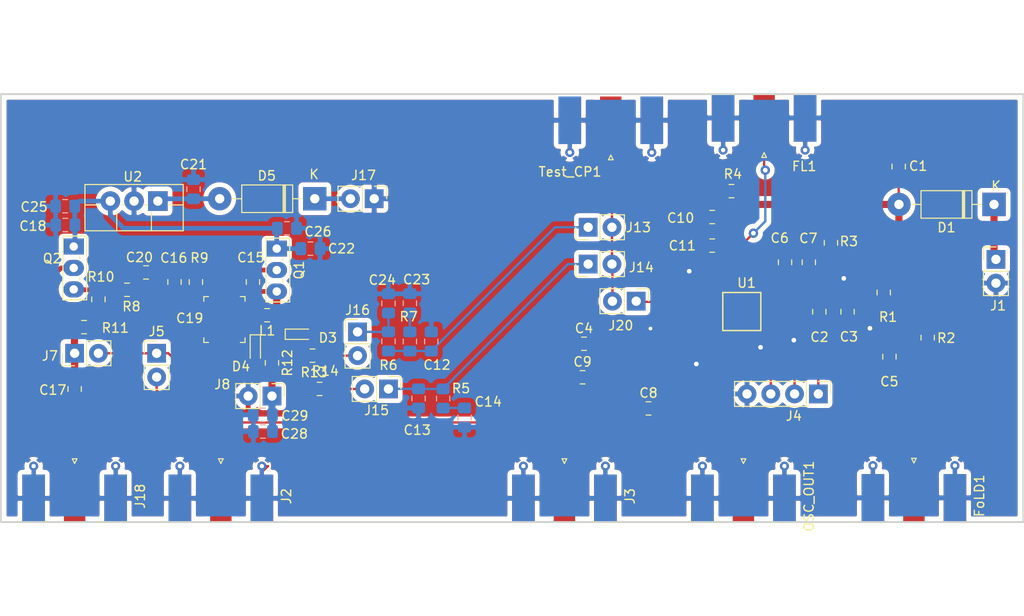
<source format=kicad_pcb>
(kicad_pcb (version 20171130) (host pcbnew "(5.1.5-0-10_14)")
  (layers (0 F.Cu signal) (31 B.Cu signal) (34 B.Paste user) (35 F.Paste user) (36 B.SilkS user) (37 F.SilkS user) (38 B.Mask user) (39 F.Mask user) (44 Edge.Cuts user))
  (net 0 "")
  (net 1 GND)
  (net 2 "Net-(C4-Pad1)")
  (net 3 "Net-(C8-Pad1)")
  (net 4 "Net-(C9-Pad2)")
  (net 5 PLL_Power)
  (net 6 "Net-(C12-Pad2)")
  (net 7 "Net-(C15-Pad1)")
  (net 8 "Net-(C15-Pad2)")
  (net 9 8V)
  (net 10 "Net-(C20-Pad2)")
  (net 11 "Net-(C21-Pad1)")
  (net 12 "Net-(D1-Pad1)")
  (net 13 "Net-(D3-Pad1)")
  (net 14 "Net-(D5-Pad1)")
  (net 15 "Net-(J2-Pad1)")
  (net 16 "Net-(J13-Pad2)")
  (net 17 V_uC)
  (net 18 Vp)
  (net 19 Vcc)
  (net 20 CE)
  (net 21 F_IN)
  (net 22 OSC_IN)
  (net 23 CPo)
  (net 24 LE)
  (net 25 Data)
  (net 26 FL)
  (net 27 FoLD)
  (net 28 OSC_OUT)
  (net 29 Clock)
  (net 30 "Net-(C13-Pad1)")
  (net 31 "Net-(C14-Pad1)")
  (net 32 "Net-(C17-Pad2)")
  (net 33 "Net-(C17-Pad1)")
  (net 34 "Net-(Q2-Pad3)")
  (net 35 "Net-(C23-Pad1)")
  (net 36 "Net-(C24-Pad1)")
  (net 37 "Net-(J15-Pad2)")
  (net 38 "Net-(J16-Pad2)")
  (net 39 "Net-(C28-Pad2)")
  (module Capacitor_SMD:C_0805_2012Metric_Pad1.15x1.40mm_HandSolder (layer B.Cu) (at 106.7308 112.2426)
    (fp_text reference C28 (at 3.3528 0.254) (layer F.SilkS))
    (fp_text value 100pF)
    (pad 2 smd roundrect (at 1.025 0) (size 1.15 1.4) (layers B.Cu B.Paste B.Mask) (roundrect_rratio 0.217391) (net 39 "Net-(C28-Pad2)"))
    (pad 1 smd roundrect (at -1.025 0) (size 1.15 1.4) (layers B.Cu B.Paste B.Mask) (roundrect_rratio 0.217391) (net 1 GND))
  )
  (module Capacitor_SMD:C_0805_2012Metric_Pad1.15x1.40mm_HandSolder (layer B.Cu) (at 106.7218 110.4646)
    (fp_text reference C29 (at 3.4126 0.1016) (layer F.SilkS))
    (fp_text value 100nF)
    (pad 1 smd roundrect (at -1.025 0) (size 1.15 1.4) (layers B.Cu B.Paste B.Mask) (roundrect_rratio 0.217391) (net 1 GND))
    (pad 2 smd roundrect (at 1.025 0) (size 1.15 1.4) (layers B.Cu B.Paste B.Mask) (roundrect_rratio 0.217391) (net 39 "Net-(C28-Pad2)"))
  )
  (module Capacitor_SMD:C_0805_2012Metric_Pad1.15x1.40mm_HandSolder (layer B.Cu) (at 109.2925 90.5383 180)
    (fp_text reference C26 (at -3.3184 -0.3556 180) (layer F.SilkS))
    (fp_text value 100pF)
    (pad 2 smd roundrect (at 1.025 0 180) (size 1.15 1.4) (layers B.Cu B.Paste B.Mask) (roundrect_rratio 0.217391) (net 9 8V))
    (pad 1 smd roundrect (at -1.025 0 180) (size 1.15 1.4) (layers B.Cu B.Paste B.Mask) (roundrect_rratio 0.217391) (net 1 GND))
  )
  (module Capacitor_SMD:C_0805_2012Metric_Pad1.15x1.40mm_HandSolder (layer B.Cu) (at 85.6017 88.1761)
    (fp_text reference C25 (at -3.3184 0.0762) (layer F.SilkS))
    (fp_text value 100pF)
    (pad 1 smd roundrect (at -1.025 0) (size 1.15 1.4) (layers B.Cu B.Paste B.Mask) (roundrect_rratio 0.217391) (net 1 GND))
    (pad 2 smd roundrect (at 1.025 0) (size 1.15 1.4) (layers B.Cu B.Paste B.Mask) (roundrect_rratio 0.217391) (net 9 8V))
  )
  (module Resistor_SMD:R_0805_2012Metric_Pad1.15x1.40mm_HandSolder (layer F.Cu) (at 112.023 104.14 180)
    (fp_text reference R14 (at -1.3626 -1.6383 180) (layer F.SilkS))
    (fp_text value 0)
    (pad 2 smd roundrect (at 1.025 0 180) (size 1.15 1.4) (layers F.Cu F.Paste F.Mask) (roundrect_rratio 0.217391) (net 13 "Net-(D3-Pad1)"))
    (pad 1 smd roundrect (at -1.025 0 180) (size 1.15 1.4) (layers F.Cu F.Paste F.Mask) (roundrect_rratio 0.217391) (net 38 "Net-(J16-Pad2)"))
  )
  (module Resistor_SMD:R_0805_2012Metric_Pad1.15x1.40mm_HandSolder (layer F.Cu) (at 112.785 107.696 180)
    (fp_text reference R13 (at 0.5879 1.7653) (layer F.SilkS))
    (fp_text value 0)
    (pad 1 smd roundrect (at -1.025 0 180) (size 1.15 1.4) (layers F.Cu F.Paste F.Mask) (roundrect_rratio 0.217391) (net 37 "Net-(J15-Pad2)"))
    (pad 2 smd roundrect (at 1.025 0 180) (size 1.15 1.4) (layers F.Cu F.Paste F.Mask) (roundrect_rratio 0.217391) (net 13 "Net-(D3-Pad1)"))
  )
  (module Resistor_SMD:R_0805_2012Metric_Pad1.15x1.40mm_HandSolder (layer F.Cu) (at 89.154 98.1292 270)
    (fp_text reference R10 (at -2.4093 -0.2667) (layer F.SilkS))
    (fp_text value 100k)
    (pad 1 smd roundrect (at -1.025 0 270) (size 1.15 1.4) (layers F.Cu F.Paste F.Mask) (roundrect_rratio 0.217391) (net 34 "Net-(Q2-Pad3)"))
    (pad 2 smd roundrect (at 1.025 0 270) (size 1.15 1.4) (layers F.Cu F.Paste F.Mask) (roundrect_rratio 0.217391) (net 1 GND))
  )
  (module Resistor_SMD:R_0805_2012Metric_Pad1.15x1.40mm_HandSolder (layer F.Cu) (at 107.696 104.911 270)
    (fp_text reference R12 (at 0 -1.65 270) (layer F.SilkS))
    (fp_text value 1k)
    (pad 1 smd roundrect (at -1.025 0 270) (size 1.15 1.4) (layers F.Cu F.Paste F.Mask) (roundrect_rratio 0.217391) (net 13 "Net-(D3-Pad1)"))
    (pad 2 smd roundrect (at 1.025 0 270) (size 1.15 1.4) (layers F.Cu F.Paste F.Mask) (roundrect_rratio 0.217391) (net 39 "Net-(C28-Pad2)"))
  )
  (module Capacitor_SMD:C_0805_2012Metric_Pad1.15x1.40mm_HandSolder (layer B.Cu) (at 120.142 98.561 90)
    (fp_text reference C24 (at 2.4982 -0.6604 180) (layer F.SilkS))
    (fp_text value 220nF)
    (pad 2 smd roundrect (at 1.025 0 90) (size 1.15 1.4) (layers B.Cu B.Paste B.Mask) (roundrect_rratio 0.217391) (net 1 GND))
    (pad 1 smd roundrect (at -1.025 0 90) (size 1.15 1.4) (layers B.Cu B.Paste B.Mask) (roundrect_rratio 0.217391) (net 36 "Net-(C24-Pad1)"))
  )
  (module Capacitor_SMD:C_0805_2012Metric_Pad1.15x1.40mm_HandSolder (layer B.Cu) (at 122.428 98.543 90)
    (fp_text reference C23 (at 2.531 0.7239 180) (layer F.SilkS))
    (fp_text value 80nF)
    (pad 1 smd roundrect (at -1.025 0 90) (size 1.15 1.4) (layers B.Cu B.Paste B.Mask) (roundrect_rratio 0.217391) (net 35 "Net-(C23-Pad1)"))
    (pad 2 smd roundrect (at 1.025 0 90) (size 1.15 1.4) (layers B.Cu B.Paste B.Mask) (roundrect_rratio 0.217391) (net 1 GND))
  )
  (module Capacitor_SMD:C_Trimmer_Murata_TZB4-B (layer F.Cu) (at 102.616 100.282 270)
    (fp_text reference C19 (at -0.1425 3.7084) (layer F.SilkS))
    (fp_text value SGC35060)
    (pad 1 smd rect (at -3 0 270) (size 2 1.6) (layers F.Cu F.Paste F.Mask) (net 8 "Net-(C15-Pad2)"))
    (pad 2 smd rect (at 3 0 270) (size 2 1.6) (layers F.Cu F.Paste F.Mask) (net 1 GND))
  )
  (module Resistor_SMD:R_0805_2012Metric_Pad1.15x1.40mm_HandSolder (layer B.Cu) (at 122.428 102.625 270)
    (fp_text reference R7 (at -2.6453 0.127 180) (layer F.SilkS))
    (fp_text value 62k)
    (pad 1 smd roundrect (at -1.025 0 270) (size 1.15 1.4) (layers B.Cu B.Paste B.Mask) (roundrect_rratio 0.217391) (net 35 "Net-(C23-Pad1)"))
    (pad 2 smd roundrect (at 1.025 0 270) (size 1.15 1.4) (layers B.Cu B.Paste B.Mask) (roundrect_rratio 0.217391) (net 6 "Net-(C12-Pad2)"))
  )
  (module Resistor_SMD:R_0805_2012Metric_Pad1.15x1.40mm_HandSolder (layer F.Cu) (at 92.211 97.1042)
    (fp_text reference R8 (at 0.4736 1.7907) (layer F.SilkS))
    (fp_text value "1 Ohm")
    (pad 2 smd roundrect (at 1.025 0) (size 1.15 1.4) (layers F.Cu F.Paste F.Mask) (roundrect_rratio 0.217391) (net 10 "Net-(C20-Pad2)"))
    (pad 1 smd roundrect (at -1.025 0) (size 1.15 1.4) (layers F.Cu F.Paste F.Mask) (roundrect_rratio 0.217391) (net 34 "Net-(Q2-Pad3)"))
  )
  (module Capacitor_SMD:C_0805_2012Metric_Pad1.15x1.40mm_HandSolder (layer F.Cu) (at 86.614 107.705 270)
    (fp_text reference C17 (at 0.1053 2.3368) (layer F.SilkS))
    (fp_text value 100nF)
    (pad 2 smd roundrect (at 1.025 0 270) (size 1.15 1.4) (layers F.Cu F.Paste F.Mask) (roundrect_rratio 0.217391) (net 32 "Net-(C17-Pad2)"))
    (pad 1 smd roundrect (at -1.025 0 270) (size 1.15 1.4) (layers F.Cu F.Paste F.Mask) (roundrect_rratio 0.217391) (net 33 "Net-(C17-Pad1)"))
  )
  (module Capacitor_SMD:C_0805_2012Metric_Pad1.15x1.40mm_HandSolder (layer B.Cu) (at 128.27 110.753 270)
    (fp_text reference C14 (at -1.6854 -2.5273) (layer F.SilkS))
    (fp_text value C)
    (pad 1 smd roundrect (at -1.025 0 270) (size 1.15 1.4) (layers B.Cu B.Paste B.Mask) (roundrect_rratio 0.217391) (net 31 "Net-(C14-Pad1)"))
    (pad 2 smd roundrect (at 1.025 0 270) (size 1.15 1.4) (layers B.Cu B.Paste B.Mask) (roundrect_rratio 0.217391) (net 1 GND))
  )
  (module Package_TO_SOT_THT:TO-251-3_Vertical (layer F.Cu) (at 86.5124 92.4814 270)
    (fp_text reference Q2 (at 1.2827 2.2987) (layer F.SilkS))
    (fp_text value "2N5486 JFET")
    (pad 3 thru_hole oval (at 4.58 0 270) (size 1.7175 2.2) (drill 0.9) (layers *.Cu *.Mask) (net 34 "Net-(Q2-Pad3)"))
    (pad 2 thru_hole oval (at 2.29 0 270) (size 1.7175 2.2) (drill 0.9) (layers *.Cu *.Mask) (net 33 "Net-(C17-Pad1)"))
    (pad 1 thru_hole rect (at 0 0 270) (size 1.7175 2.2) (drill 0.9) (layers *.Cu *.Mask) (net 9 8V))
  )
  (module Package_TO_SOT_THT:TO-251-3_Vertical (layer F.Cu) (at 108.204 92.706 270)
    (fp_text reference Q1 (at 2.29 -2.39 270) (layer F.SilkS))
    (fp_text value "2N5486 JFET")
    (pad 1 thru_hole rect (at 0 0 270) (size 1.7 2.2) (drill 0.9) (layers *.Cu *.Mask) (net 9 8V))
    (pad 2 thru_hole oval (at 2.29 0 270) (size 1.7 2.2) (drill 0.9) (layers *.Cu *.Mask) (net 7 "Net-(C15-Pad1)"))
    (pad 3 thru_hole oval (at 4.58 0 270) (size 1.7 2.2) (drill 0.9) (layers *.Cu *.Mask) (net 8 "Net-(C15-Pad2)"))
  )
  (module Connector_Coaxial:SMA_Molex_73251-1153_EdgeMount_Horizontal (layer F.Cu) (at 176.276 117.6092 90)
    (fp_text reference FoLD1 (at -1.5 7 90) (layer F.SilkS))
    (fp_text value Conn_Coaxial)
    (pad 2 smd rect (at 1.27 4.38 90) (size 0.95 0.46) (layers B.Cu) (net 1 GND))
    (pad 2 smd rect (at 1.27 -4.38 90) (size 0.95 0.46) (layers B.Cu) (net 1 GND))
    (pad 2 smd rect (at 1.27 4.38 90) (size 0.95 0.46) (layers F.Cu) (net 1 GND))
    (pad 2 smd rect (at 1.27 -4.38 90) (size 0.95 0.46) (layers F.Cu) (net 1 GND))
    (pad 2 thru_hole circle (at 1.72 4.38 90) (size 0.97 0.97) (drill 0.46) (layers *.Cu) (net 1 GND))
    (pad 2 thru_hole circle (at 1.72 -4.38 90) (size 0.97 0.97) (drill 0.46) (layers *.Cu) (net 1 GND))
    (pad 2 smd rect (at -1.72 4.38 90) (size 5.08 2.42) (layers B.Cu B.Paste B.Mask) (net 1 GND))
    (pad 2 smd rect (at -1.72 -4.38 90) (size 5.08 2.42) (layers B.Cu B.Paste B.Mask) (net 1 GND))
    (pad 2 smd rect (at -1.72 4.38 90) (size 5.08 2.42) (layers F.Cu F.Paste F.Mask) (net 1 GND))
    (pad 2 smd rect (at -1.72 -4.38 90) (size 5.08 2.42) (layers F.Cu F.Paste F.Mask) (net 1 GND))
    (pad 1 smd rect (at -1.72 0 90) (size 5.08 2.29) (layers F.Cu F.Paste F.Mask) (net 27 FoLD))
  )
  (module Connector_Coaxial:SMA_Molex_73251-1153_EdgeMount_Horizontal (layer F.Cu) (at 160.274 80.46 270)
    (fp_text reference FL1 (at 3.45652 -4.28244) (layer F.SilkS))
    (fp_text value Conn_Coaxial)
    (pad 1 smd rect (at -1.72 0 270) (size 5.08 2.29) (layers F.Cu F.Paste F.Mask) (net 26 FL))
    (pad 2 smd rect (at -1.72 -4.38 270) (size 5.08 2.42) (layers F.Cu F.Paste F.Mask) (net 1 GND))
    (pad 2 smd rect (at -1.72 4.38 270) (size 5.08 2.42) (layers F.Cu F.Paste F.Mask) (net 1 GND))
    (pad 2 smd rect (at -1.72 -4.38 270) (size 5.08 2.42) (layers B.Cu B.Paste B.Mask) (net 1 GND))
    (pad 2 smd rect (at -1.72 4.38 270) (size 5.08 2.42) (layers B.Cu B.Paste B.Mask) (net 1 GND))
    (pad 2 thru_hole circle (at 1.72 -4.38 270) (size 0.97 0.97) (drill 0.46) (layers *.Cu) (net 1 GND))
    (pad 2 thru_hole circle (at 1.72 4.38 270) (size 0.97 0.97) (drill 0.46) (layers *.Cu) (net 1 GND))
    (pad 2 smd rect (at 1.27 -4.38 270) (size 0.95 0.46) (layers F.Cu) (net 1 GND))
    (pad 2 smd rect (at 1.27 4.38 270) (size 0.95 0.46) (layers F.Cu) (net 1 GND))
    (pad 2 smd rect (at 1.27 -4.38 270) (size 0.95 0.46) (layers B.Cu) (net 1 GND))
    (pad 2 smd rect (at 1.27 4.38 270) (size 0.95 0.46) (layers B.Cu) (net 1 GND))
  )
  (module Connector_Coaxial:SMA_Molex_73251-1153_EdgeMount_Horizontal (layer F.Cu) (at 143.891 80.714 270)
    (fp_text reference Test_CP1 (at 3.78672 4.35356) (layer F.SilkS))
    (fp_text value Conn_Coaxial)
    (pad 2 smd rect (at 1.27 4.38 270) (size 0.95 0.46) (layers B.Cu) (net 1 GND))
    (pad 2 smd rect (at 1.27 -4.38 270) (size 0.95 0.46) (layers B.Cu) (net 1 GND))
    (pad 2 smd rect (at 1.27 4.38 270) (size 0.95 0.46) (layers F.Cu) (net 1 GND))
    (pad 2 smd rect (at 1.27 -4.38 270) (size 0.95 0.46) (layers F.Cu) (net 1 GND))
    (pad 2 thru_hole circle (at 1.72 4.38 270) (size 0.97 0.97) (drill 0.46) (layers *.Cu) (net 1 GND))
    (pad 2 thru_hole circle (at 1.72 -4.38 270) (size 0.97 0.97) (drill 0.46) (layers *.Cu) (net 1 GND))
    (pad 2 smd rect (at -1.72 4.38 270) (size 5.08 2.42) (layers B.Cu B.Paste B.Mask) (net 1 GND))
    (pad 2 smd rect (at -1.72 -4.38 270) (size 5.08 2.42) (layers B.Cu B.Paste B.Mask) (net 1 GND))
    (pad 2 smd rect (at -1.72 4.38 270) (size 5.08 2.42) (layers F.Cu F.Paste F.Mask) (net 1 GND))
    (pad 2 smd rect (at -1.72 -4.38 270) (size 5.08 2.42) (layers F.Cu F.Paste F.Mask) (net 1 GND))
    (pad 1 smd rect (at -1.72 0 270) (size 5.08 2.29) (layers F.Cu F.Paste F.Mask) (net 16 "Net-(J13-Pad2)"))
  )
  (module Connector_Coaxial:SMA_Molex_73251-1153_EdgeMount_Horizontal (layer F.Cu) (at 158.0642 117.66 90)
    (fp_text reference OSC_OUT1 (at -1.5 7 90) (layer F.SilkS))
    (fp_text value Conn_Coaxial)
    (pad 1 smd rect (at -1.72 0 90) (size 5.08 2.29) (layers F.Cu F.Paste F.Mask) (net 28 OSC_OUT))
    (pad 2 smd rect (at -1.72 -4.38 90) (size 5.08 2.42) (layers F.Cu F.Paste F.Mask) (net 1 GND))
    (pad 2 smd rect (at -1.72 4.38 90) (size 5.08 2.42) (layers F.Cu F.Paste F.Mask) (net 1 GND))
    (pad 2 smd rect (at -1.72 -4.38 90) (size 5.08 2.42) (layers B.Cu B.Paste B.Mask) (net 1 GND))
    (pad 2 smd rect (at -1.72 4.38 90) (size 5.08 2.42) (layers B.Cu B.Paste B.Mask) (net 1 GND))
    (pad 2 thru_hole circle (at 1.72 -4.38 90) (size 0.97 0.97) (drill 0.46) (layers *.Cu) (net 1 GND))
    (pad 2 thru_hole circle (at 1.72 4.38 90) (size 0.97 0.97) (drill 0.46) (layers *.Cu) (net 1 GND))
    (pad 2 smd rect (at 1.27 -4.38 90) (size 0.95 0.46) (layers F.Cu) (net 1 GND))
    (pad 2 smd rect (at 1.27 4.38 90) (size 0.95 0.46) (layers F.Cu) (net 1 GND))
    (pad 2 smd rect (at 1.27 -4.38 90) (size 0.95 0.46) (layers B.Cu) (net 1 GND))
    (pad 2 smd rect (at 1.27 4.38 90) (size 0.95 0.46) (layers B.Cu) (net 1 GND))
  )
  (module Capacitor_SMD:C_0805_2012Metric_Pad1.15x1.40mm_HandSolder (layer F.Cu) (at 174.6504 83.9306 270)
    (fp_text reference C1 (at -0.04456 -2.0828) (layer F.SilkS))
    (fp_text value C)
    (pad 1 smd roundrect (at -1.025 0 270) (size 1.15 1.4) (layers F.Cu F.Paste F.Mask) (roundrect_rratio 0.217391) (net 1 GND))
    (pad 2 smd roundrect (at 1.025 0 270) (size 1.15 1.4) (layers F.Cu F.Paste F.Mask) (roundrect_rratio 0.217391) (net 5 PLL_Power))
  )
  (module Capacitor_SMD:C_0805_2012Metric_Pad1.15x1.40mm_HandSolder (layer F.Cu) (at 166.1668 99.45 90)
    (fp_text reference C2 (at -2.7088 0.02032 180) (layer F.SilkS))
    (fp_text value 100nF)
    (pad 1 smd roundrect (at -1.025 0 90) (size 1.15 1.4) (layers F.Cu F.Paste F.Mask) (roundrect_rratio 0.217391) (net 1 GND))
    (pad 2 smd roundrect (at 1.025 0 90) (size 1.15 1.4) (layers F.Cu F.Paste F.Mask) (roundrect_rratio 0.217391) (net 17 V_uC))
  )
  (module Capacitor_SMD:C_0805_2012Metric_Pad1.15x1.40mm_HandSolder (layer F.Cu) (at 169.1894 99.45 90)
    (fp_text reference C3 (at -2.67324 0.14224 180) (layer F.SilkS))
    (fp_text value 100pF)
    (pad 2 smd roundrect (at 1.025 0 90) (size 1.15 1.4) (layers F.Cu F.Paste F.Mask) (roundrect_rratio 0.217391) (net 17 V_uC))
    (pad 1 smd roundrect (at -1.025 0 90) (size 1.15 1.4) (layers F.Cu F.Paste F.Mask) (roundrect_rratio 0.217391) (net 1 GND))
  )
  (module Capacitor_SMD:C_0805_2012Metric_Pad1.15x1.40mm_HandSolder (layer F.Cu) (at 141.0298 102.87)
    (fp_text reference C4 (at 0 -1.65) (layer F.SilkS))
    (fp_text value 1000pF)
    (pad 2 smd roundrect (at 1.025 0) (size 1.15 1.4) (layers F.Cu F.Paste F.Mask) (roundrect_rratio 0.217391) (net 21 F_IN))
    (pad 1 smd roundrect (at -1.025 0) (size 1.15 1.4) (layers F.Cu F.Paste F.Mask) (roundrect_rratio 0.217391) (net 2 "Net-(C4-Pad1)"))
  )
  (module Capacitor_SMD:C_0805_2012Metric_Pad1.15x1.40mm_HandSolder (layer F.Cu) (at 173.6598 104.2506 90)
    (fp_text reference C5 (at -2.66308 -0.00508 180) (layer F.SilkS))
    (fp_text value 100nF)
    (pad 2 smd roundrect (at 1.025 0 90) (size 1.15 1.4) (layers F.Cu F.Paste F.Mask) (roundrect_rratio 0.217391) (net 20 CE))
    (pad 1 smd roundrect (at -1.025 0 90) (size 1.15 1.4) (layers F.Cu F.Paste F.Mask) (roundrect_rratio 0.217391) (net 1 GND))
  )
  (module Capacitor_SMD:C_0805_2012Metric_Pad1.15x1.40mm_HandSolder (layer F.Cu) (at 162.5092 94.1668 90)
    (fp_text reference C6 (at 2.5871 -0.5715 180) (layer F.SilkS))
    (fp_text value 100nF)
    (pad 1 smd roundrect (at -1.025 0 90) (size 1.15 1.4) (layers F.Cu F.Paste F.Mask) (roundrect_rratio 0.217391) (net 1 GND))
    (pad 2 smd roundrect (at 1.025 0 90) (size 1.15 1.4) (layers F.Cu F.Paste F.Mask) (roundrect_rratio 0.217391) (net 19 Vcc))
  )
  (module Capacitor_SMD:C_0805_2012Metric_Pad1.15x1.40mm_HandSolder (layer F.Cu) (at 165.0492 94.1668 90)
    (fp_text reference C7 (at 2.5617 -0.0508 180) (layer F.SilkS))
    (fp_text value 100pF)
    (pad 1 smd roundrect (at -1.025 0 90) (size 1.15 1.4) (layers F.Cu F.Paste F.Mask) (roundrect_rratio 0.217391) (net 1 GND))
    (pad 2 smd roundrect (at 1.025 0 90) (size 1.15 1.4) (layers F.Cu F.Paste F.Mask) (roundrect_rratio 0.217391) (net 19 Vcc))
  )
  (module Capacitor_SMD:C_0805_2012Metric_Pad1.15x1.40mm_HandSolder (layer F.Cu) (at 147.9206 109.7788)
    (fp_text reference C8 (at 0 -1.65) (layer F.SilkS))
    (fp_text value 1000pF)
    (pad 2 smd roundrect (at 1.025 0) (size 1.15 1.4) (layers F.Cu F.Paste F.Mask) (roundrect_rratio 0.217391) (net 22 OSC_IN))
    (pad 1 smd roundrect (at -1.025 0) (size 1.15 1.4) (layers F.Cu F.Paste F.Mask) (roundrect_rratio 0.217391) (net 3 "Net-(C8-Pad1)"))
  )
  (module Capacitor_SMD:C_0805_2012Metric_Pad1.15x1.40mm_HandSolder (layer F.Cu) (at 140.8774 106.4514)
    (fp_text reference C9 (at 0 -1.65) (layer F.SilkS))
    (fp_text value 100nF)
    (pad 2 smd roundrect (at 1.025 0) (size 1.15 1.4) (layers F.Cu F.Paste F.Mask) (roundrect_rratio 0.217391) (net 4 "Net-(C9-Pad2)"))
    (pad 1 smd roundrect (at -1.025 0) (size 1.15 1.4) (layers F.Cu F.Paste F.Mask) (roundrect_rratio 0.217391) (net 1 GND))
  )
  (module Capacitor_SMD:C_0805_2012Metric_Pad1.15x1.40mm_HandSolder (layer F.Cu) (at 154.7278 89.3318)
    (fp_text reference C10 (at -3.3692 0.1016) (layer F.SilkS))
    (fp_text value 100nF)
    (pad 2 smd roundrect (at 1.025 0) (size 1.15 1.4) (layers F.Cu F.Paste F.Mask) (roundrect_rratio 0.217391) (net 18 Vp))
    (pad 1 smd roundrect (at -1.025 0) (size 1.15 1.4) (layers F.Cu F.Paste F.Mask) (roundrect_rratio 0.217391) (net 1 GND))
  )
  (module Capacitor_SMD:C_0805_2012Metric_Pad1.15x1.40mm_HandSolder (layer F.Cu) (at 154.7278 92.3798)
    (fp_text reference C11 (at -3.1914 0.0127) (layer F.SilkS))
    (fp_text value 100pF)
    (pad 1 smd roundrect (at -1.025 0) (size 1.15 1.4) (layers F.Cu F.Paste F.Mask) (roundrect_rratio 0.217391) (net 1 GND))
    (pad 2 smd roundrect (at 1.025 0) (size 1.15 1.4) (layers F.Cu F.Paste F.Mask) (roundrect_rratio 0.217391) (net 18 Vp))
  )
  (module Capacitor_SMD:C_0805_2012Metric_Pad1.15x1.40mm_HandSolder (layer B.Cu) (at 124.714 102.625 270)
    (fp_text reference C12 (at 2.5056 -0.6096) (layer F.SilkS))
    (fp_text value 12nF)
    (pad 2 smd roundrect (at 1.025 0 270) (size 1.15 1.4) (layers B.Cu B.Paste B.Mask) (roundrect_rratio 0.217391) (net 6 "Net-(C12-Pad2)"))
    (pad 1 smd roundrect (at -1.025 0 270) (size 1.15 1.4) (layers B.Cu B.Paste B.Mask) (roundrect_rratio 0.217391) (net 1 GND))
  )
  (module Capacitor_SMD:C_0805_2012Metric_Pad1.15x1.40mm_HandSolder (layer B.Cu) (at 123.3551 108.7083 270)
    (fp_text reference C13 (at 3.3819 0.1397) (layer F.SilkS))
    (fp_text value C)
    (pad 2 smd roundrect (at 1.025 0 270) (size 1.15 1.4) (layers B.Cu B.Paste B.Mask) (roundrect_rratio 0.217391) (net 1 GND))
    (pad 1 smd roundrect (at -1.025 0 270) (size 1.15 1.4) (layers B.Cu B.Paste B.Mask) (roundrect_rratio 0.217391) (net 30 "Net-(C13-Pad1)"))
  )
  (module Capacitor_SMD:C_0805_2012Metric_Pad1.15x1.40mm_HandSolder (layer F.Cu) (at 105.664 96.275 270)
    (fp_text reference C15 (at -2.6125 0.2286) (layer F.SilkS))
    (fp_text value 18pF)
    (pad 1 smd roundrect (at -1.025 0 270) (size 1.15 1.4) (layers F.Cu F.Paste F.Mask) (roundrect_rratio 0.217391) (net 7 "Net-(C15-Pad1)"))
    (pad 2 smd roundrect (at 1.025 0 270) (size 1.15 1.4) (layers F.Cu F.Paste F.Mask) (roundrect_rratio 0.217391) (net 8 "Net-(C15-Pad2)"))
  )
  (module Capacitor_SMD:C_0805_2012Metric_Pad1.15x1.40mm_HandSolder (layer F.Cu) (at 97.282 96.275 90)
    (fp_text reference C16 (at 2.5744 -0.0762 180) (layer F.SilkS))
    (fp_text value 47pF)
    (pad 2 smd roundrect (at 1.025 0 90) (size 1.15 1.4) (layers F.Cu F.Paste F.Mask) (roundrect_rratio 0.217391) (net 7 "Net-(C15-Pad1)"))
    (pad 1 smd roundrect (at -1.025 0 90) (size 1.15 1.4) (layers F.Cu F.Paste F.Mask) (roundrect_rratio 0.217391) (net 1 GND))
  )
  (module Capacitor_SMD:C_0805_2012Metric_Pad1.15x1.40mm_HandSolder (layer B.Cu) (at 85.6197 90.1827)
    (fp_text reference C18 (at -3.4634 0.1143) (layer F.SilkS))
    (fp_text value 100nF)
    (pad 1 smd roundrect (at -1.025 0) (size 1.15 1.4) (layers B.Cu B.Paste B.Mask) (roundrect_rratio 0.217391) (net 1 GND))
    (pad 2 smd roundrect (at 1.025 0) (size 1.15 1.4) (layers B.Cu B.Paste B.Mask) (roundrect_rratio 0.217391) (net 9 8V))
  )
  (module Capacitor_SMD:C_0805_2012Metric_Pad1.15x1.40mm_HandSolder (layer F.Cu) (at 94.243 95.25 180)
    (fp_text reference C20 (at 0.7075 1.6129 180) (layer F.SilkS))
    (fp_text value 10pF)
    (pad 1 smd roundrect (at -1.025 0 180) (size 1.15 1.4) (layers F.Cu F.Paste F.Mask) (roundrect_rratio 0.217391) (net 7 "Net-(C15-Pad1)"))
    (pad 2 smd roundrect (at 1.025 0 180) (size 1.15 1.4) (layers F.Cu F.Paste F.Mask) (roundrect_rratio 0.217391) (net 10 "Net-(C20-Pad2)"))
  )
  (module Capacitor_SMD:C_0805_2012Metric_Pad1.15x1.40mm_HandSolder (layer B.Cu) (at 99.314 86.36 90)
    (fp_text reference C21 (at 2.6416 0) (layer F.SilkS))
    (fp_text value 100nF)
    (pad 1 smd roundrect (at -1.025 0 90) (size 1.15 1.4) (layers B.Cu B.Paste B.Mask) (roundrect_rratio 0.217391) (net 11 "Net-(C21-Pad1)"))
    (pad 2 smd roundrect (at 1.025 0 90) (size 1.15 1.4) (layers B.Cu B.Paste B.Mask) (roundrect_rratio 0.217391) (net 1 GND))
  )
  (module Capacitor_SMD:C_0805_2012Metric_Pad1.15x1.40mm_HandSolder (layer B.Cu) (at 111.8071 92.71 180)
    (fp_text reference C22 (at -3.3184 0 180) (layer F.SilkS))
    (fp_text value 100nF)
    (pad 1 smd roundrect (at -1.025 0 180) (size 1.15 1.4) (layers B.Cu B.Paste B.Mask) (roundrect_rratio 0.217391) (net 1 GND))
    (pad 2 smd roundrect (at 1.025 0 180) (size 1.15 1.4) (layers B.Cu B.Paste B.Mask) (roundrect_rratio 0.217391) (net 9 8V))
  )
  (module Diode_THT:D_DO-41_SOD81_P10.16mm_Horizontal (layer F.Cu) (at 184.8358 87.9856 180)
    (fp_text reference D1 (at 5.08 -2.47 180) (layer F.SilkS))
    (fp_text value DIODE)
    (fp_text user K (at -0.21336 1.9812 180) (layer F.SilkS))
    (pad 1 thru_hole rect (at 0 0 180) (size 2.5 2.5) (drill 1) (layers *.Cu *.Mask) (net 12 "Net-(D1-Pad1)"))
    (pad 2 thru_hole oval (at 10.16 0 180) (size 2.5 2.5) (drill 1) (layers *.Cu *.Mask) (net 5 PLL_Power))
  )
  (module Diode_SMD:D_SC-80_HandSoldering (layer F.Cu) (at 110.914 101.854)
    (fp_text reference D3 (at 2.751 0.381) (layer F.SilkS))
    (fp_text value BB181)
    (pad 1 smd rect (at -1.1 0) (size 1.1 0.6) (layers F.Cu F.Paste F.Mask) (net 13 "Net-(D3-Pad1)"))
    (pad 2 smd rect (at 1.1 0) (size 1.1 0.6) (layers F.Cu F.Paste F.Mask) (net 8 "Net-(C15-Pad2)"))
  )
  (module Diode_SMD:D_SC-80_HandSoldering (layer F.Cu) (at 105.918 103.716 270)
    (fp_text reference D4 (at 1.5797 1.5367) (layer F.SilkS))
    (fp_text value BB181)
    (pad 2 smd rect (at 1.1 0 270) (size 1.1 0.6) (layers F.Cu F.Paste F.Mask) (net 1 GND))
    (pad 1 smd rect (at -1.1 0 270) (size 1.1 0.6) (layers F.Cu F.Paste F.Mask) (net 13 "Net-(D3-Pad1)"))
  )
  (module Diode_THT:D_DO-41_SOD81_P10.16mm_Horizontal (layer F.Cu) (at 112.268 87.376 180)
    (fp_text reference D5 (at 5.1308 2.4511 180) (layer F.SilkS))
    (fp_text value DIODE)
    (fp_text user K (at 0.0762 2.6035 180) (layer F.SilkS))
    (pad 2 thru_hole oval (at 10.16 0 180) (size 2.5 2.5) (drill 1) (layers *.Cu *.Mask) (net 11 "Net-(C21-Pad1)"))
    (pad 1 thru_hole rect (at 0 0 180) (size 2.5 2.5) (drill 1) (layers *.Cu *.Mask) (net 14 "Net-(D5-Pad1)"))
  )
  (module Connector_PinHeader_2.54mm:PinHeader_1x02_P2.54mm_Vertical (layer F.Cu) (at 185.039 93.853)
    (fp_text reference J1 (at 0.2286 4.94792) (layer F.SilkS))
    (fp_text value Conn_01x02_Male)
    (pad 2 thru_hole oval (at 0 2.54) (size 2 2) (drill 1) (layers *.Cu *.Mask) (net 1 GND))
    (pad 1 thru_hole rect (at 0 0) (size 2 2) (drill 1) (layers *.Cu *.Mask) (net 12 "Net-(D1-Pad1)"))
  )
  (module Connector_Coaxial:SMA_Molex_73251-1153_EdgeMount_Horizontal (layer F.Cu) (at 102.235 117.66 90)
    (fp_text reference J2 (at -1.5 7 90) (layer F.SilkS))
    (fp_text value Conn_Coaxial)
    (pad 2 smd rect (at 1.27 4.38 90) (size 0.95 0.46) (layers B.Cu) (net 1 GND))
    (pad 2 smd rect (at 1.27 -4.38 90) (size 0.95 0.46) (layers B.Cu) (net 1 GND))
    (pad 2 smd rect (at 1.27 4.38 90) (size 0.95 0.46) (layers F.Cu) (net 1 GND))
    (pad 2 smd rect (at 1.27 -4.38 90) (size 0.95 0.46) (layers F.Cu) (net 1 GND))
    (pad 2 thru_hole circle (at 1.72 4.38 90) (size 0.97 0.97) (drill 0.46) (layers *.Cu) (net 1 GND))
    (pad 2 thru_hole circle (at 1.72 -4.38 90) (size 0.97 0.97) (drill 0.46) (layers *.Cu) (net 1 GND))
    (pad 2 smd rect (at -1.72 4.38 90) (size 5.08 2.42) (layers B.Cu B.Paste B.Mask) (net 1 GND))
    (pad 2 smd rect (at -1.72 -4.38 90) (size 5.08 2.42) (layers B.Cu B.Paste B.Mask) (net 1 GND))
    (pad 2 smd rect (at -1.72 4.38 90) (size 5.08 2.42) (layers F.Cu F.Paste F.Mask) (net 1 GND))
    (pad 2 smd rect (at -1.72 -4.38 90) (size 5.08 2.42) (layers F.Cu F.Paste F.Mask) (net 1 GND))
    (pad 1 smd rect (at -1.72 0 90) (size 5.08 2.29) (layers F.Cu F.Paste F.Mask) (net 15 "Net-(J2-Pad1)"))
  )
  (module Connector_Coaxial:SMA_Molex_73251-1153_EdgeMount_Horizontal (layer F.Cu) (at 138.938 117.66 90)
    (fp_text reference J3 (at -1.5 7 90) (layer F.SilkS))
    (fp_text value Conn_Coaxial)
    (pad 1 smd rect (at -1.72 0 90) (size 5.08 2.29) (layers F.Cu F.Paste F.Mask) (net 3 "Net-(C8-Pad1)"))
    (pad 2 smd rect (at -1.72 -4.38 90) (size 5.08 2.42) (layers F.Cu F.Paste F.Mask) (net 1 GND))
    (pad 2 smd rect (at -1.72 4.38 90) (size 5.08 2.42) (layers F.Cu F.Paste F.Mask) (net 1 GND))
    (pad 2 smd rect (at -1.72 -4.38 90) (size 5.08 2.42) (layers B.Cu B.Paste B.Mask) (net 1 GND))
    (pad 2 smd rect (at -1.72 4.38 90) (size 5.08 2.42) (layers B.Cu B.Paste B.Mask) (net 1 GND))
    (pad 2 thru_hole circle (at 1.72 -4.38 90) (size 0.97 0.97) (drill 0.46) (layers *.Cu) (net 1 GND))
    (pad 2 thru_hole circle (at 1.72 4.38 90) (size 0.97 0.97) (drill 0.46) (layers *.Cu) (net 1 GND))
    (pad 2 smd rect (at 1.27 -4.38 90) (size 0.95 0.46) (layers F.Cu) (net 1 GND))
    (pad 2 smd rect (at 1.27 4.38 90) (size 0.95 0.46) (layers F.Cu) (net 1 GND))
    (pad 2 smd rect (at 1.27 -4.38 90) (size 0.95 0.46) (layers B.Cu) (net 1 GND))
    (pad 2 smd rect (at 1.27 4.38 90) (size 0.95 0.46) (layers B.Cu) (net 1 GND))
  )
  (module Connector_PinHeader_2.54mm:PinHeader_1x04_P2.54mm_Vertical (layer F.Cu) (at 166.0652 108.2294 270)
    (fp_text reference J4 (at 2.3622 2.62128) (layer F.SilkS))
    (fp_text value Conn_01x04_Male)
    (pad 1 thru_hole rect (at 0 0 270) (size 2 2) (drill 1) (layers *.Cu *.Mask) (net 24 LE))
    (pad 2 thru_hole oval (at 0 2.54 270) (size 2 2) (drill 1) (layers *.Cu *.Mask) (net 25 Data))
    (pad 3 thru_hole oval (at 0 5.08 270) (size 2 2) (drill 1) (layers *.Cu *.Mask) (net 29 Clock))
    (pad 4 thru_hole oval (at 0 7.62 270) (size 2 2) (drill 1) (layers *.Cu *.Mask) (net 1 GND))
  )
  (module Connector_PinHeader_2.54mm:PinHeader_1x02_P2.54mm_Vertical (layer F.Cu) (at 95.377 103.886)
    (fp_text reference J5 (at 0 -2.33) (layer F.SilkS))
    (fp_text value Conn_01x02_Male)
    (pad 1 thru_hole rect (at 0 0) (size 2 2) (drill 1) (layers *.Cu *.Mask) (net 2 "Net-(C4-Pad1)"))
    (pad 2 thru_hole oval (at 0 2.54) (size 2 2) (drill 1) (layers *.Cu *.Mask) (net 15 "Net-(J2-Pad1)"))
  )
  (module Connector_PinHeader_2.54mm:PinHeader_1x02_P2.54mm_Vertical (layer F.Cu) (at 86.614 103.886 90)
    (fp_text reference J7 (at -0.2794 -2.6416 180) (layer F.SilkS))
    (fp_text value Conn_01x02_Male)
    (pad 2 thru_hole oval (at 0 2.54 90) (size 2 2) (drill 1) (layers *.Cu *.Mask) (net 2 "Net-(C4-Pad1)"))
    (pad 1 thru_hole rect (at 0 0 90) (size 2 2) (drill 1) (layers *.Cu *.Mask) (net 33 "Net-(C17-Pad1)"))
  )
  (module Connector_PinHeader_2.54mm:PinHeader_1x02_P2.54mm_Vertical (layer F.Cu) (at 107.696 108.458 270)
    (fp_text reference J8 (at -1.2446 5.3086) (layer F.SilkS))
    (fp_text value Conn_01x02_Male)
    (pad 1 thru_hole rect (at 0 0 270) (size 2 2) (drill 1) (layers *.Cu *.Mask) (net 39 "Net-(C28-Pad2)"))
    (pad 2 thru_hole oval (at 0 2.54 270) (size 2 2) (drill 1) (layers *.Cu *.Mask) (net 1 GND))
  )
  (module Connector_PinHeader_2.54mm:PinHeader_1x02_P2.54mm_Vertical (layer F.Cu) (at 141.478 90.424 90)
    (fp_text reference J13 (at -0.02032 5.37464 180) (layer F.SilkS))
    (fp_text value Conn_01x02_Male)
    (pad 2 thru_hole oval (at 0 2.54 90) (size 2 2) (drill 1) (layers *.Cu *.Mask) (net 16 "Net-(J13-Pad2)"))
    (pad 1 thru_hole rect (at 0 0 90) (size 2 2) (drill 1) (layers *.Cu *.Mask) (net 6 "Net-(C12-Pad2)"))
  )
  (module Connector_PinHeader_2.54mm:PinHeader_1x02_P2.54mm_Vertical (layer F.Cu) (at 141.478 94.361 90)
    (fp_text reference J14 (at -0.3556 5.68452 180) (layer F.SilkS))
    (fp_text value Conn_01x02_Male)
    (pad 1 thru_hole rect (at 0 0 90) (size 2 2) (drill 1) (layers *.Cu *.Mask) (net 30 "Net-(C13-Pad1)"))
    (pad 2 thru_hole oval (at 0 2.54 90) (size 2 2) (drill 1) (layers *.Cu *.Mask) (net 16 "Net-(J13-Pad2)"))
  )
  (module Connector_PinHeader_2.54mm:PinHeader_1x02_P2.54mm_Vertical (layer F.Cu) (at 120.142 107.696 270)
    (fp_text reference J15 (at 2.286 1.27) (layer F.SilkS))
    (fp_text value Conn_01x02_Male)
    (pad 2 thru_hole oval (at 0 2.54 270) (size 2 2) (drill 1) (layers *.Cu *.Mask) (net 37 "Net-(J15-Pad2)"))
    (pad 1 thru_hole rect (at 0 0 270) (size 2 2) (drill 1) (layers *.Cu *.Mask) (net 30 "Net-(C13-Pad1)"))
  )
  (module Connector_PinHeader_2.54mm:PinHeader_1x02_P2.54mm_Vertical (layer F.Cu) (at 116.84 101.6)
    (fp_text reference J16 (at 0 -2.33) (layer F.SilkS))
    (fp_text value Conn_01x02_Male)
    (pad 1 thru_hole rect (at 0 0) (size 2 2) (drill 1) (layers *.Cu *.Mask) (net 36 "Net-(C24-Pad1)"))
    (pad 2 thru_hole oval (at 0 2.54) (size 2 2) (drill 1) (layers *.Cu *.Mask) (net 38 "Net-(J16-Pad2)"))
  )
  (module Connector_PinHeader_2.54mm:PinHeader_1x02_P2.54mm_Vertical (layer F.Cu) (at 118.618 87.376 270)
    (fp_text reference J17 (at -2.5019 1.143) (layer F.SilkS))
    (fp_text value Conn_01x02_Male)
    (pad 1 thru_hole rect (at 0 0 270) (size 2 2) (drill 1) (layers *.Cu *.Mask) (net 1 GND))
    (pad 2 thru_hole oval (at 0 2.54 270) (size 2 2) (drill 1) (layers *.Cu *.Mask) (net 14 "Net-(D5-Pad1)"))
  )
  (module Connector_Coaxial:SMA_Molex_73251-1153_EdgeMount_Horizontal (layer F.Cu) (at 86.614 117.66 90)
    (fp_text reference J18 (at -1.5 7 90) (layer F.SilkS))
    (fp_text value Conn_Coaxial)
    (pad 1 smd rect (at -1.72 0 90) (size 5.08 2.29) (layers F.Cu F.Paste F.Mask) (net 32 "Net-(C17-Pad2)"))
    (pad 2 smd rect (at -1.72 -4.38 90) (size 5.08 2.42) (layers F.Cu F.Paste F.Mask) (net 1 GND))
    (pad 2 smd rect (at -1.72 4.38 90) (size 5.08 2.42) (layers F.Cu F.Paste F.Mask) (net 1 GND))
    (pad 2 smd rect (at -1.72 -4.38 90) (size 5.08 2.42) (layers B.Cu B.Paste B.Mask) (net 1 GND))
    (pad 2 smd rect (at -1.72 4.38 90) (size 5.08 2.42) (layers B.Cu B.Paste B.Mask) (net 1 GND))
    (pad 2 thru_hole circle (at 1.72 -4.38 90) (size 0.97 0.97) (drill 0.46) (layers *.Cu) (net 1 GND))
    (pad 2 thru_hole circle (at 1.72 4.38 90) (size 0.97 0.97) (drill 0.46) (layers *.Cu) (net 1 GND))
    (pad 2 smd rect (at 1.27 -4.38 90) (size 0.95 0.46) (layers F.Cu) (net 1 GND))
    (pad 2 smd rect (at 1.27 4.38 90) (size 0.95 0.46) (layers F.Cu) (net 1 GND))
    (pad 2 smd rect (at 1.27 -4.38 90) (size 0.95 0.46) (layers B.Cu) (net 1 GND))
    (pad 2 smd rect (at 1.27 4.38 90) (size 0.95 0.46) (layers B.Cu) (net 1 GND))
  )
  (module Connector_PinHeader_2.54mm:PinHeader_1x02_P2.54mm_Vertical (layer F.Cu) (at 146.6088 98.3234 270)
    (fp_text reference J20 (at 2.60096 1.64592) (layer F.SilkS))
    (fp_text value Conn_01x02_Male)
    (pad 2 thru_hole oval (at 0 2.54 270) (size 2 2) (drill 1) (layers *.Cu *.Mask) (net 16 "Net-(J13-Pad2)"))
    (pad 1 thru_hole rect (at 0 0 270) (size 2 2) (drill 1) (layers *.Cu *.Mask) (net 23 CPo))
  )
  (module Inductor_SMD:L_0805_2012Metric_Pad1.15x1.40mm_HandSolder (layer F.Cu) (at 107.179 99.822 180)
    (fp_text reference L1 (at 0 -1.65 180) (layer F.SilkS))
    (fp_text value 680nH)
    (pad 2 smd roundrect (at 1.025 0 180) (size 1.15 1.4) (layers F.Cu F.Paste F.Mask) (roundrect_rratio 0.217391) (net 1 GND))
    (pad 1 smd roundrect (at -1.025 0 180) (size 1.15 1.4) (layers F.Cu F.Paste F.Mask) (roundrect_rratio 0.217391) (net 8 "Net-(C15-Pad2)"))
  )
  (module Resistor_SMD:R_0805_2012Metric_Pad1.15x1.40mm_HandSolder (layer F.Cu) (at 173.0502 97.3926 270)
    (fp_text reference R1 (at 2.62244 -0.46228) (layer F.SilkS))
    (fp_text value 18)
    (pad 1 smd roundrect (at -1.025 0 270) (size 1.15 1.4) (layers F.Cu F.Paste F.Mask) (roundrect_rratio 0.217391) (net 5 PLL_Power))
    (pad 2 smd roundrect (at 1.025 0 270) (size 1.15 1.4) (layers F.Cu F.Paste F.Mask) (roundrect_rratio 0.217391) (net 17 V_uC))
  )
  (module Resistor_SMD:R_0805_2012Metric_Pad1.15x1.40mm_HandSolder (layer F.Cu) (at 177.7492 102.2186 270)
    (fp_text reference R2 (at 0.04688 -1.9812) (layer F.SilkS))
    (fp_text value 10k)
    (pad 2 smd roundrect (at 1.025 0 270) (size 1.15 1.4) (layers F.Cu F.Paste F.Mask) (roundrect_rratio 0.217391) (net 20 CE))
    (pad 1 smd roundrect (at -1.025 0 270) (size 1.15 1.4) (layers F.Cu F.Paste F.Mask) (roundrect_rratio 0.217391) (net 5 PLL_Power))
  )
  (module Resistor_SMD:R_0805_2012Metric_Pad1.15x1.40mm_HandSolder (layer F.Cu) (at 167.4114 92.084 270)
    (fp_text reference R3 (at -0.1487 -1.9177) (layer F.SilkS))
    (fp_text value 18)
    (pad 2 smd roundrect (at 1.025 0 270) (size 1.15 1.4) (layers F.Cu F.Paste F.Mask) (roundrect_rratio 0.217391) (net 19 Vcc))
    (pad 1 smd roundrect (at -1.025 0 270) (size 1.15 1.4) (layers F.Cu F.Paste F.Mask) (roundrect_rratio 0.217391) (net 5 PLL_Power))
  )
  (module Resistor_SMD:R_0805_2012Metric_Pad1.15x1.40mm_HandSolder (layer F.Cu) (at 156.7852 86.5632 180)
    (fp_text reference R4 (at -0.1487 1.8161 180) (layer F.SilkS))
    (fp_text value 18)
    (pad 1 smd roundrect (at -1.025 0 180) (size 1.15 1.4) (layers F.Cu F.Paste F.Mask) (roundrect_rratio 0.217391) (net 5 PLL_Power))
    (pad 2 smd roundrect (at 1.025 0 180) (size 1.15 1.4) (layers F.Cu F.Paste F.Mask) (roundrect_rratio 0.217391) (net 18 Vp))
  )
  (module Resistor_SMD:R_0805_2012Metric_Pad1.15x1.40mm_HandSolder (layer B.Cu) (at 125.984 108.721 90)
    (fp_text reference R5 (at 1.0758 1.905 180) (layer F.SilkS))
    (fp_text value R)
    (pad 2 smd roundrect (at 1.025 0 90) (size 1.15 1.4) (layers B.Cu B.Paste B.Mask) (roundrect_rratio 0.217391) (net 30 "Net-(C13-Pad1)"))
    (pad 1 smd roundrect (at -1.025 0 90) (size 1.15 1.4) (layers B.Cu B.Paste B.Mask) (roundrect_rratio 0.217391) (net 31 "Net-(C14-Pad1)"))
  )
  (module Resistor_SMD:R_0805_2012Metric_Pad1.15x1.40mm_HandSolder (layer B.Cu) (at 120.142 102.616 270)
    (fp_text reference R6 (at 2.54 0) (layer F.SilkS))
    (fp_text value 1k)
    (pad 2 smd roundrect (at 1.025 0 270) (size 1.15 1.4) (layers B.Cu B.Paste B.Mask) (roundrect_rratio 0.217391) (net 6 "Net-(C12-Pad2)"))
    (pad 1 smd roundrect (at -1.025 0 270) (size 1.15 1.4) (layers B.Cu B.Paste B.Mask) (roundrect_rratio 0.217391) (net 36 "Net-(C24-Pad1)"))
  )
  (module Resistor_SMD:R_0805_2012Metric_Pad1.15x1.40mm_HandSolder (layer F.Cu) (at 99.568 96.275 270)
    (fp_text reference R9 (at -2.5744 -0.381) (layer F.SilkS))
    (fp_text value 1k)
    (pad 1 smd roundrect (at -1.025 0 270) (size 1.15 1.4) (layers F.Cu F.Paste F.Mask) (roundrect_rratio 0.217391) (net 7 "Net-(C15-Pad1)"))
    (pad 2 smd roundrect (at 1.025 0 270) (size 1.15 1.4) (layers F.Cu F.Paste F.Mask) (roundrect_rratio 0.217391) (net 1 GND))
  )
  (module Resistor_SMD:R_0805_2012Metric_Pad1.15x1.40mm_HandSolder (layer F.Cu) (at 87.621 101.092)
    (fp_text reference R11 (at 3.3364 0.0889) (layer F.SilkS))
    (fp_text value 1k)
    (pad 2 smd roundrect (at 1.025 0) (size 1.15 1.4) (layers F.Cu F.Paste F.Mask) (roundrect_rratio 0.217391) (net 1 GND))
    (pad 1 smd roundrect (at -1.025 0) (size 1.15 1.4) (layers F.Cu F.Paste F.Mask) (roundrect_rratio 0.217391) (net 33 "Net-(C17-Pad1)"))
  )
  (module Package_TO_SOT_THT:TO-220F-3_Vertical (layer F.Cu) (at 95.504 87.63 180)
    (fp_text reference U2 (at 2.6797 2.6035 180) (layer F.SilkS))
    (fp_text value L7808)
    (pad 1 thru_hole rect (at 0 0 180) (size 2.1 2.1) (drill 1) (layers *.Cu *.Mask) (net 11 "Net-(C21-Pad1)"))
    (pad 2 thru_hole oval (at 2.54 0 180) (size 2.1 2.1) (drill 1) (layers *.Cu *.Mask) (net 1 GND))
    (pad 3 thru_hole oval (at 5.08 0 180) (size 2.1 2.1) (drill 1) (layers *.Cu *.Mask) (net 9 8V))
  )
  (module LT:LMX231X (layer F.Cu) (at 158.4 95.87)
    (fp_text reference U1 (at 0 0.5) (layer F.SilkS))
    (fp_text value LMX231X)
    (pad 1 smd rect (at -2 2) (size 0.45 0.3) (layers F.Cu F.Paste F.Mask) (net 1 GND))
    (pad 2 smd rect (at -2 2.5) (size 0.45 0.3) (layers F.Cu F.Paste F.Mask) (net 23 CPo))
    (pad 3 smd rect (at -2 3) (size 0.45 0.3) (layers F.Cu F.Paste F.Mask) (net 1 GND))
    (pad 4 smd rect (at -2 3.5) (size 0.45 0.3) (layers F.Cu F.Paste F.Mask) (net 21 F_IN))
    (pad 5 smd rect (at -2 4) (size 0.45 0.3) (layers F.Cu F.Paste F.Mask) (net 4 "Net-(C9-Pad2)"))
    (pad 6 smd rect (at -2 4.5) (size 0.45 0.3) (layers F.Cu F.Paste F.Mask) (net 22 OSC_IN))
    (pad 7 smd rect (at -2 5) (size 0.45 0.3) (layers F.Cu F.Paste F.Mask) (net 1 GND))
    (pad 17 smd rect (at 0.95 2) (size 0.45 0.3) (layers F.Cu F.Paste F.Mask) (net 1 GND))
    (pad 16 smd rect (at 0.95 2.5) (size 0.45 0.3) (layers F.Cu F.Paste F.Mask) (net 17 V_uC))
    (pad 15 smd rect (at 0.95 3) (size 0.45 0.3) (layers F.Cu F.Paste F.Mask) (net 20 CE))
    (pad 14 smd rect (at 0.95 3.5) (size 0.45 0.3) (layers F.Cu F.Paste F.Mask) (net 1 GND))
    (pad 13 smd rect (at 0.95 4) (size 0.45 0.3) (layers F.Cu F.Paste F.Mask) (net 24 LE))
    (pad 12 smd rect (at 0.95 4.5) (size 0.45 0.3) (layers F.Cu F.Paste F.Mask) (net 25 Data))
    (pad 11 smd rect (at 0.95 5) (size 0.45 0.3) (layers F.Cu F.Paste F.Mask) (net 1 GND))
    (pad 19 smd rect (at -0.525 2.025 90) (size 0.45 0.3) (layers F.Cu F.Paste F.Mask) (net 26 FL))
    (pad 9 smd rect (at -0.525 4.975 90) (size 0.45 0.3) (layers F.Cu F.Paste F.Mask) (net 27 FoLD))
    (pad 20 smd rect (at -1.025 2.025 90) (size 0.45 0.3) (layers F.Cu F.Paste F.Mask) (net 18 Vp))
    (pad 18 smd rect (at -0.025 2.025 90) (size 0.45 0.3) (layers F.Cu F.Paste F.Mask) (net 19 Vcc))
    (pad 8 smd rect (at -1.025 4.975 90) (size 0.45 0.3) (layers F.Cu F.Paste F.Mask) (net 28 OSC_OUT))
    (pad 10 smd rect (at -0.025 4.975 90) (size 0.45 0.3) (layers F.Cu F.Paste F.Mask) (net 29 Clock))
  )
  (gr_line (start 187.96 76.2) (end 78.74 76.2) (layer Edge.Cuts) (width 0.2))
  (gr_line (start 187.96 121.92) (end 187.96 76.2) (layer Edge.Cuts) (width 0.2))
  (gr_line (start 78.74 121.92) (end 187.96 121.92) (layer Edge.Cuts) (width 0.2))
  (gr_line (start 78.74 76.2) (end 78.74 121.92) (layer Edge.Cuts) (width 0.2))
  (via (at 159.893 103.251) (size 0.8) (drill 0.5) (layers F.Cu B.Cu) (net 1))
  (segment (start 159.3596 102.7176) (end 159.893 103.251) (width 0.762) (layer F.Cu) (net 1))
  (segment (start 159.3596 100.8902) (end 159.3596 102.7176) (width 0.25) (layer F.Cu) (net 1))
  (via (at 168.783 95.885) (size 0.8) (drill 0.5) (layers F.Cu B.Cu) (net 1))
  (segment (start 159.3596 97.8902) (end 161.1898 97.8902) (width 0.25) (layer F.Cu) (net 1))
  (segment (start 161.1898 97.8902) (end 162.433 96.647) (width 0.25) (layer F.Cu) (net 1))
  (segment (start 168.021 96.647) (end 168.783 95.885) (width 0.762) (layer F.Cu) (net 1))
  (segment (start 162.433 96.647) (end 168.021 96.647) (width 0.25) (layer F.Cu) (net 1))
  (segment (start 156.3346 100.8902) (end 153.035 104.1898) (width 0.25) (layer F.Cu) (net 1))
  (segment (start 156.4096 100.8902) (end 156.3346 100.8902) (width 0.25) (layer F.Cu) (net 1))
  (segment (start 153.035 104.1898) (end 153.035 105.029) (width 0.762) (layer F.Cu) (net 1))
  (segment (start 155.9346 97.8902) (end 153.1674 95.123) (width 0.25) (layer F.Cu) (net 1))
  (segment (start 156.4096 97.8902) (end 155.9346 97.8902) (width 0.25) (layer F.Cu) (net 1))
  (segment (start 153.1674 95.123) (end 152.273 95.123) (width 0.762) (layer F.Cu) (net 1))
  (segment (start 160.60702 99.3902) (end 162.687 101.47018) (width 0.25) (layer F.Cu) (net 1))
  (segment (start 159.3596 99.3902) (end 160.60702 99.3902) (width 0.25) (layer F.Cu) (net 1))
  (segment (start 162.687 101.47018) (end 162.687 101.727) (width 0.25) (layer F.Cu) (net 1))
  (segment (start 162.687 101.727) (end 163.449 102.489) (width 0.762) (layer F.Cu) (net 1))
  (via (at 171.577 101.219) (size 0.8) (drill 0.5) (layers F.Cu B.Cu) (net 1))
  (segment (start 143.318 115.8384) (end 143.318 119.2784) (width 0.25) (layer F.Cu) (net 1))
  (segment (start 134.558 115.8384) (end 134.558 119.2784) (width 0.25) (layer F.Cu) (net 1))
  (segment (start 153.7096 115.8384) (end 153.7096 119.2784) (width 0.25) (layer F.Cu) (net 1))
  (segment (start 162.4696 115.8384) (end 162.4696 119.2784) (width 0.25) (layer F.Cu) (net 1))
  (segment (start 171.9468 115.7622) (end 171.9468 119.2022) (width 0.25) (layer F.Cu) (net 1))
  (segment (start 180.7068 115.7622) (end 180.7068 119.2022) (width 0.25) (layer F.Cu) (net 1))
  (via (at 152.273 95.123) (size 0.9) (drill 0.5) (layers F.Cu B.Cu) (net 1))
  (via (at 163.449 102.489) (size 0.8) (drill 0.5) (layers F.Cu B.Cu) (net 1))
  (via (at 153.035 105.029) (size 0.8) (drill 0.5) (layers F.Cu B.Cu) (net 1))
  (via (at 148.1328 101.2444) (size 0.8) (drill 0.4) (layers F.Cu B.Cu) (net 1))
  (segment (start 148.9202 100.457) (end 148.1328 101.2444) (width 0.762) (layer F.Cu) (net 1))
  (segment (start 149.0726 100.457) (end 148.9202 100.457) (width 0.25) (layer F.Cu) (net 1))
  (segment (start 150.5966 98.933) (end 149.0726 100.457) (width 0.25) (layer F.Cu) (net 1))
  (segment (start 152.14459 98.933) (end 150.5966 98.933) (width 0.25) (layer F.Cu) (net 1))
  (segment (start 156.4096 98.8902) (end 152.18739 98.8902) (width 0.25) (layer F.Cu) (net 1))
  (segment (start 152.18739 98.8902) (end 152.14459 98.933) (width 0.25) (layer F.Cu) (net 1))
  (segment (start 139.511 78.994) (end 139.511 82.434) (width 0.25) (layer F.Cu) (net 1))
  (segment (start 148.271 81.784) (end 148.271 82.434) (width 0.25) (layer F.Cu) (net 1))
  (segment (start 148.271 78.994) (end 148.271 81.784) (width 0.25) (layer F.Cu) (net 1))
  (segment (start 155.894 78.74) (end 155.894 82.18) (width 0.25) (layer F.Cu) (net 1))
  (segment (start 164.654 78.74) (end 164.654 82.18) (width 0.25) (layer F.Cu) (net 1))
  (segment (start 97.855 115.94) (end 97.855 119.38) (width 0.25) (layer F.Cu) (net 1))
  (segment (start 106.615 116.59) (end 106.615 119.38) (width 0.25) (layer F.Cu) (net 1))
  (segment (start 107.265 115.94) (end 106.615 116.59) (width 0.25) (layer F.Cu) (net 1))
  (segment (start 106.615 115.94) (end 107.265 115.94) (width 0.25) (layer F.Cu) (net 1))
  (segment (start 82.234 115.94) (end 82.234 119.38) (width 0.25) (layer F.Cu) (net 1))
  (segment (start 90.994 115.94) (end 90.994 119.38) (width 0.25) (layer F.Cu) (net 1))
  (segment (start 171.896 116.5392) (end 171.896 115.8892) (width 0.25) (layer F.Cu) (net 1))
  (segment (start 171.896 119.3292) (end 171.896 116.5392) (width 0.25) (layer F.Cu) (net 1))
  (segment (start 171.896 116.5392) (end 171.896 115.8892) (width 0.25) (layer B.Cu) (net 1))
  (segment (start 171.896 119.3292) (end 171.896 116.5392) (width 0.25) (layer B.Cu) (net 1))
  (segment (start 90.994 115.94) (end 90.994 119.38) (width 0.25) (layer B.Cu) (net 1))
  (segment (start 106.615 115.94) (end 106.615 119.38) (width 0.25) (layer B.Cu) (net 1))
  (segment (start 139.3298 102.87) (end 130.9224 111.2774) (width 0.25) (layer F.Cu) (net 2))
  (segment (start 140.0048 102.87) (end 139.3298 102.87) (width 0.25) (layer F.Cu) (net 2))
  (segment (start 96.627 103.886) (end 95.377 103.886) (width 0.25) (layer F.Cu) (net 2))
  (segment (start 104.0184 111.2774) (end 96.627 103.886) (width 0.25) (layer F.Cu) (net 2))
  (segment (start 130.9224 111.2774) (end 104.0184 111.2774) (width 0.25) (layer F.Cu) (net 2))
  (segment (start 89.154 103.886) (end 95.377 103.886) (width 0.25) (layer F.Cu) (net 2))
  (segment (start 146.8956 109.7788) (end 144.4752 109.7788) (width 0.25) (layer F.Cu) (net 3))
  (segment (start 138.938 115.316) (end 138.938 119.2784) (width 0.25) (layer F.Cu) (net 3))
  (segment (start 144.4752 109.7788) (end 138.938 115.316) (width 0.25) (layer F.Cu) (net 3))
  (segment (start 142.525772 107.074772) (end 141.9024 106.4514) (width 0.25) (layer F.Cu) (net 4))
  (segment (start 142.92741 107.47641) (end 142.525772 107.074772) (width 0.25) (layer F.Cu) (net 4))
  (segment (start 146.77759 107.47641) (end 142.92741 107.47641) (width 0.25) (layer F.Cu) (net 4))
  (segment (start 154.3638 99.8902) (end 146.77759 107.47641) (width 0.25) (layer F.Cu) (net 4))
  (segment (start 156.4096 99.8902) (end 154.3638 99.8902) (width 0.25) (layer F.Cu) (net 4))
  (segment (start 174.6758 94.742) (end 173.0502 96.3676) (width 0.762) (layer F.Cu) (net 5))
  (segment (start 174.6758 87.9856) (end 174.6758 94.742) (width 0.762) (layer F.Cu) (net 5))
  (segment (start 170.4848 87.9856) (end 167.4114 91.059) (width 0.762) (layer F.Cu) (net 5))
  (segment (start 174.6758 87.9856) (end 170.4848 87.9856) (width 0.762) (layer F.Cu) (net 5))
  (segment (start 159.2326 87.9856) (end 157.8102 86.5632) (width 0.762) (layer F.Cu) (net 5))
  (segment (start 170.4848 87.9856) (end 159.2326 87.9856) (width 0.762) (layer F.Cu) (net 5))
  (segment (start 174.6758 94.742) (end 174.6758 94.9198) (width 0.25) (layer F.Cu) (net 5))
  (segment (start 177.7492 97.9932) (end 177.7492 101.1936) (width 0.762) (layer F.Cu) (net 5))
  (segment (start 174.6758 94.9198) (end 177.7492 97.9932) (width 0.762) (layer F.Cu) (net 5))
  (segment (start 174.6504 87.9602) (end 174.6758 87.9856) (width 0.25) (layer F.Cu) (net 5))
  (segment (start 174.6504 84.9556) (end 174.6504 87.9602) (width 0.25) (layer F.Cu) (net 5))
  (segment (start 137.94 90.424) (end 124.714 103.65) (width 0.25) (layer B.Cu) (net 6))
  (segment (start 141.478 90.424) (end 137.94 90.424) (width 0.25) (layer B.Cu) (net 6))
  (segment (start 120.151 103.65) (end 120.142 103.641) (width 0.25) (layer B.Cu) (net 6))
  (segment (start 124.705 103.641) (end 124.714 103.65) (width 0.25) (layer B.Cu) (net 6))
  (segment (start 120.142 103.641) (end 124.705 103.641) (width 0.25) (layer B.Cu) (net 6))
  (segment (start 105.918 94.996) (end 105.664 95.25) (width 0.508) (layer F.Cu) (net 7))
  (segment (start 108.204 94.996) (end 105.918 94.996) (width 0.508) (layer F.Cu) (net 7))
  (segment (start 105.664 95.25) (end 99.568 95.25) (width 0.508) (layer F.Cu) (net 7))
  (segment (start 99.568 95.25) (end 97.282 95.25) (width 0.508) (layer F.Cu) (net 7))
  (segment (start 97.282 95.25) (end 95.268 95.25) (width 0.508) (layer F.Cu) (net 7))
  (segment (start 108.204 99.022) (end 108.204 97.286) (width 0.762) (layer F.Cu) (net 8))
  (segment (start 108.204 99.822) (end 108.204 99.022) (width 0.762) (layer F.Cu) (net 8))
  (segment (start 105.678 97.286) (end 105.664 97.3) (width 0.25) (layer F.Cu) (net 8))
  (segment (start 108.204 97.286) (end 105.678 97.286) (width 0.508) (layer F.Cu) (net 8))
  (segment (start 102.634 97.3) (end 102.616 97.282) (width 0.25) (layer F.Cu) (net 8))
  (segment (start 105.664 97.3) (end 102.634 97.3) (width 0.508) (layer F.Cu) (net 8))
  (segment (start 110.363 99.822) (end 110.49 99.695) (width 0.25) (layer F.Cu) (net 8))
  (segment (start 108.204 99.822) (end 110.363 99.822) (width 0.762) (layer F.Cu) (net 8))
  (segment (start 112.54 101.328) (end 112.014 101.854) (width 0.762) (layer F.Cu) (net 8))
  (segment (start 112.54 99.695) (end 112.54 101.328) (width 0.762) (layer F.Cu) (net 8))
  (segment (start 112.413 99.822) (end 112.54 99.695) (width 0.25) (layer F.Cu) (net 8))
  (segment (start 110.363 99.822) (end 112.413 99.822) (width 0.762) (layer F.Cu) (net 8))
  (segment (start 86.614 92.3798) (end 86.5124 92.4814) (width 0.25) (layer F.Cu) (net 9))
  (segment (start 110.7781 92.706) (end 110.7821 92.71) (width 0.25) (layer B.Cu) (net 9))
  (segment (start 108.204 92.706) (end 110.7781 92.706) (width 0.508) (layer B.Cu) (net 9))
  (segment (start 108.204 90.6018) (end 108.2675 90.5383) (width 0.25) (layer B.Cu) (net 9))
  (segment (start 108.204 92.706) (end 108.204 90.6018) (width 0.508) (layer B.Cu) (net 9))
  (segment (start 107.5925 90.5383) (end 108.2675 90.5383) (width 0.25) (layer B.Cu) (net 9))
  (segment (start 91.847376 90.5383) (end 107.5925 90.5383) (width 0.508) (layer B.Cu) (net 9))
  (segment (start 90.424 89.114924) (end 91.847376 90.5383) (width 0.508) (layer B.Cu) (net 9))
  (segment (start 90.424 87.63) (end 90.424 89.114924) (width 0.508) (layer B.Cu) (net 9))
  (segment (start 87.1728 87.63) (end 86.6267 88.1761) (width 0.25) (layer B.Cu) (net 9))
  (segment (start 90.424 87.63) (end 87.1728 87.63) (width 0.508) (layer B.Cu) (net 9))
  (segment (start 86.6267 90.1647) (end 86.6447 90.1827) (width 0.25) (layer B.Cu) (net 9))
  (segment (start 86.6267 88.1761) (end 86.6267 90.1647) (width 0.508) (layer B.Cu) (net 9))
  (segment (start 86.6447 92.3491) (end 86.5124 92.4814) (width 0.25) (layer B.Cu) (net 9))
  (segment (start 86.6447 90.1827) (end 86.6447 92.3491) (width 0.508) (layer B.Cu) (net 9))
  (segment (start 93.218 97.0862) (end 93.236 97.1042) (width 0.25) (layer F.Cu) (net 10))
  (segment (start 93.218 95.25) (end 93.218 97.0862) (width 0.508) (layer F.Cu) (net 10))
  (segment (start 99.323 87.376) (end 99.314 87.385) (width 0.25) (layer B.Cu) (net 11))
  (segment (start 102.108 87.376) (end 99.323 87.376) (width 0.508) (layer B.Cu) (net 11))
  (segment (start 95.749 87.385) (end 95.504 87.63) (width 0.25) (layer B.Cu) (net 11))
  (segment (start 99.314 87.385) (end 95.749 87.385) (width 0.508) (layer B.Cu) (net 11))
  (segment (start 184.8358 93.6498) (end 185.039 93.853) (width 0.25) (layer F.Cu) (net 12))
  (segment (start 184.8358 87.9856) (end 184.8358 93.6498) (width 0.762) (layer F.Cu) (net 12))
  (segment (start 111.76 104.902) (end 110.998 104.14) (width 0.762) (layer F.Cu) (net 13))
  (segment (start 110.064 101.854) (end 109.814 101.854) (width 0.25) (layer F.Cu) (net 13))
  (segment (start 105.918 102.366) (end 105.918 102.616) (width 0.25) (layer F.Cu) (net 13))
  (segment (start 109.728 101.854) (end 109.814 101.854) (width 0.25) (layer F.Cu) (net 13))
  (segment (start 106.468 102.616) (end 105.918 102.616) (width 0.762) (layer F.Cu) (net 13))
  (segment (start 107.696 103.886) (end 107.696 102.616) (width 0.762) (layer F.Cu) (net 13))
  (segment (start 107.696 102.616) (end 106.468 102.616) (width 0.762) (layer F.Cu) (net 13))
  (segment (start 108.458 101.854) (end 109.814 101.854) (width 0.762) (layer F.Cu) (net 13))
  (segment (start 107.696 102.616) (end 108.458 101.854) (width 0.762) (layer F.Cu) (net 13))
  (segment (start 110.998 104.14) (end 109.8042 102.9462) (width 0.762) (layer F.Cu) (net 13))
  (segment (start 109.814 102.9364) (end 109.814 101.854) (width 0.762) (layer F.Cu) (net 13))
  (segment (start 109.8042 102.9462) (end 109.814 102.9364) (width 0.25) (layer F.Cu) (net 13))
  (segment (start 111.76 104.902) (end 111.76 107.696) (width 0.762) (layer F.Cu) (net 13))
  (segment (start 114.663787 87.376) (end 112.268 87.376) (width 0.508) (layer B.Cu) (net 14))
  (segment (start 116.078 87.376) (end 114.663787 87.376) (width 0.508) (layer B.Cu) (net 14))
  (segment (start 102.235 116.59) (end 102.235 119.38) (width 0.25) (layer F.Cu) (net 15))
  (segment (start 102.235 114.698213) (end 102.235 116.59) (width 0.25) (layer F.Cu) (net 15))
  (segment (start 95.377 107.840213) (end 102.235 114.698213) (width 0.25) (layer F.Cu) (net 15))
  (segment (start 95.377 106.426) (end 95.377 107.840213) (width 0.25) (layer F.Cu) (net 15))
  (segment (start 144.0688 94.4118) (end 144.018 94.361) (width 0.25) (layer F.Cu) (net 16))
  (segment (start 144.0688 98.3234) (end 144.0688 94.4118) (width 0.25) (layer F.Cu) (net 16))
  (segment (start 144.018 92.946787) (end 144.018 90.424) (width 0.25) (layer F.Cu) (net 16))
  (segment (start 144.018 94.361) (end 144.018 92.946787) (width 0.25) (layer F.Cu) (net 16))
  (segment (start 144.018 79.121) (end 143.891 78.994) (width 0.25) (layer F.Cu) (net 16))
  (segment (start 144.018 90.424) (end 144.018 79.121) (width 0.25) (layer F.Cu) (net 16))
  (segment (start 166.132 98.3902) (end 166.1668 98.425) (width 0.25) (layer F.Cu) (net 17))
  (segment (start 159.3596 98.3902) (end 166.132 98.3902) (width 0.25) (layer F.Cu) (net 17))
  (segment (start 166.1668 98.425) (end 169.1894 98.425) (width 0.25) (layer F.Cu) (net 17))
  (segment (start 173.0428 98.425) (end 173.0502 98.4176) (width 0.25) (layer F.Cu) (net 17))
  (segment (start 169.1894 98.425) (end 173.0428 98.425) (width 0.25) (layer F.Cu) (net 17))
  (segment (start 157.3846 97.9152) (end 157.3846 96.1198) (width 0.25) (layer F.Cu) (net 18))
  (segment (start 155.7528 94.488) (end 155.7528 92.3798) (width 0.25) (layer F.Cu) (net 18))
  (segment (start 157.3846 96.1198) (end 155.7528 94.488) (width 0.25) (layer F.Cu) (net 18))
  (segment (start 155.7528 91.5798) (end 155.7528 89.3318) (width 0.25) (layer F.Cu) (net 18))
  (segment (start 155.7528 92.3798) (end 155.7528 91.5798) (width 0.25) (layer F.Cu) (net 18))
  (segment (start 155.7528 86.5706) (end 155.7602 86.5632) (width 0.25) (layer F.Cu) (net 18))
  (segment (start 155.7528 89.3318) (end 155.7528 86.5706) (width 0.25) (layer F.Cu) (net 18))
  (segment (start 158.3846 97.9152) (end 158.3846 95.8694) (width 0.25) (layer F.Cu) (net 19))
  (segment (start 161.1122 93.1418) (end 162.5092 93.1418) (width 0.25) (layer F.Cu) (net 19))
  (segment (start 158.3846 95.8694) (end 161.1122 93.1418) (width 0.25) (layer F.Cu) (net 19))
  (segment (start 163.3092 93.1418) (end 165.0492 93.1418) (width 0.25) (layer F.Cu) (net 19))
  (segment (start 162.5092 93.1418) (end 163.3092 93.1418) (width 0.25) (layer F.Cu) (net 19))
  (segment (start 167.3786 93.1418) (end 167.4114 93.109) (width 0.25) (layer F.Cu) (net 19))
  (segment (start 165.0492 93.1418) (end 167.3786 93.1418) (width 0.25) (layer F.Cu) (net 19))
  (segment (start 159.3596 98.8902) (end 161.1202 98.8902) (width 0.25) (layer F.Cu) (net 20))
  (segment (start 165.4556 103.2256) (end 173.6598 103.2256) (width 0.25) (layer F.Cu) (net 20))
  (segment (start 161.1202 98.8902) (end 165.4556 103.2256) (width 0.25) (layer F.Cu) (net 20))
  (segment (start 177.7312 103.2256) (end 177.7492 103.2436) (width 0.25) (layer F.Cu) (net 20))
  (segment (start 173.6598 103.2256) (end 177.7312 103.2256) (width 0.25) (layer F.Cu) (net 20))
  (segment (start 156.4096 99.3902) (end 152.3238 99.3902) (width 0.25) (layer F.Cu) (net 21))
  (segment (start 148.844 102.87) (end 142.0548 102.87) (width 0.25) (layer F.Cu) (net 21))
  (segment (start 152.3238 99.3902) (end 148.844 102.87) (width 0.25) (layer F.Cu) (net 21))
  (segment (start 156.4096 100.3902) (end 155.3878 100.3902) (width 0.25) (layer F.Cu) (net 22))
  (segment (start 148.9456 106.8324) (end 148.9456 109.7788) (width 0.25) (layer F.Cu) (net 22))
  (segment (start 155.3878 100.3902) (end 148.9456 106.8324) (width 0.25) (layer F.Cu) (net 22))
  (segment (start 146.6756 98.3902) (end 146.6088 98.3234) (width 0.25) (layer F.Cu) (net 23))
  (segment (start 156.4096 98.3902) (end 146.6756 98.3902) (width 0.25) (layer F.Cu) (net 23))
  (segment (start 166.0652 106.6292) (end 166.0652 108.2294) (width 0.25) (layer F.Cu) (net 24))
  (segment (start 161.671 102.235) (end 166.0652 106.6292) (width 0.25) (layer F.Cu) (net 24))
  (segment (start 161.671 101.09059) (end 161.671 102.235) (width 0.25) (layer F.Cu) (net 24))
  (segment (start 160.47061 99.8902) (end 161.671 101.09059) (width 0.25) (layer F.Cu) (net 24))
  (segment (start 159.3596 99.8902) (end 160.47061 99.8902) (width 0.25) (layer F.Cu) (net 24))
  (segment (start 163.5252 105.8672) (end 163.5252 108.2294) (width 0.25) (layer F.Cu) (net 25))
  (segment (start 160.909 103.251) (end 163.5252 105.8672) (width 0.25) (layer F.Cu) (net 25))
  (segment (start 160.909 100.965) (end 160.909 103.251) (width 0.25) (layer F.Cu) (net 25))
  (segment (start 160.343009 100.399009) (end 160.909 100.965) (width 0.25) (layer F.Cu) (net 25))
  (segment (start 159.3596 100.3902) (end 159.368409 100.399009) (width 0.25) (layer F.Cu) (net 25))
  (segment (start 159.368409 100.399009) (end 160.343009 100.399009) (width 0.25) (layer F.Cu) (net 25))
  (via (at 159.131 91.059) (size 1) (drill 0.5) (layers F.Cu B.Cu) (net 26))
  (segment (start 157.8846 92.3054) (end 159.131 91.059) (width 0.25) (layer F.Cu) (net 26))
  (segment (start 157.8846 97.9152) (end 157.8846 92.3054) (width 0.25) (layer F.Cu) (net 26))
  (via (at 160.401 84.328) (size 1) (drill 0.5) (layers F.Cu B.Cu) (net 26))
  (segment (start 160.274 84.201) (end 160.401 84.328) (width 0.25) (layer F.Cu) (net 26))
  (segment (start 160.274 78.74) (end 160.274 84.201) (width 0.25) (layer F.Cu) (net 26))
  (segment (start 160.401 89.789) (end 159.131 91.059) (width 0.25) (layer B.Cu) (net 26))
  (segment (start 160.401 84.328) (end 160.401 89.789) (width 0.25) (layer B.Cu) (net 26))
  (segment (start 157.8846 100.8652) (end 157.8846 103.2274) (width 0.25) (layer F.Cu) (net 27))
  (segment (start 157.8846 103.2274) (end 156.083 105.029) (width 0.25) (layer F.Cu) (net 27))
  (segment (start 156.083 105.029) (end 156.083 110.617) (width 0.25) (layer F.Cu) (net 27))
  (segment (start 156.083 110.617) (end 157.353 111.887) (width 0.25) (layer F.Cu) (net 27))
  (segment (start 157.353 111.887) (end 173.863 111.887) (width 0.25) (layer F.Cu) (net 27))
  (segment (start 176.3268 114.3508) (end 176.3268 119.2022) (width 0.25) (layer F.Cu) (net 27))
  (segment (start 173.863 111.887) (end 176.3268 114.3508) (width 0.25) (layer F.Cu) (net 27))
  (segment (start 157.3846 100.8652) (end 157.3846 101.4414) (width 0.25) (layer F.Cu) (net 28))
  (segment (start 157.3846 101.4414) (end 154.559 104.267) (width 0.25) (layer F.Cu) (net 28))
  (segment (start 154.559 104.267) (end 154.559 111.633) (width 0.25) (layer F.Cu) (net 28))
  (segment (start 154.559 111.633) (end 158.0896 115.1636) (width 0.25) (layer F.Cu) (net 28))
  (segment (start 158.0896 115.1636) (end 158.0896 119.2784) (width 0.25) (layer F.Cu) (net 28))
  (segment (start 158.3846 100.8652) (end 158.3846 103.2666) (width 0.25) (layer F.Cu) (net 29))
  (segment (start 160.9852 105.8672) (end 160.9852 108.2294) (width 0.25) (layer F.Cu) (net 29))
  (segment (start 158.3846 103.2666) (end 160.9852 105.8672) (width 0.25) (layer F.Cu) (net 29))
  (segment (start 139.319 94.361) (end 125.984 107.696) (width 0.25) (layer B.Cu) (net 30))
  (segment (start 141.478 94.361) (end 139.319 94.361) (width 0.25) (layer B.Cu) (net 30))
  (segment (start 123.3678 107.696) (end 123.3551 107.6833) (width 0.25) (layer B.Cu) (net 30))
  (segment (start 125.984 107.696) (end 123.3678 107.696) (width 0.25) (layer B.Cu) (net 30))
  (segment (start 120.1547 107.6833) (end 120.142 107.696) (width 0.25) (layer B.Cu) (net 30))
  (segment (start 123.3551 107.6833) (end 120.1547 107.6833) (width 0.25) (layer B.Cu) (net 30))
  (segment (start 126.002 109.728) (end 125.984 109.746) (width 0.25) (layer B.Cu) (net 31))
  (segment (start 128.27 109.728) (end 126.002 109.728) (width 0.25) (layer B.Cu) (net 31))
  (segment (start 86.614 108.73) (end 86.614 119.38) (width 0.762) (layer F.Cu) (net 32))
  (segment (start 85.1624 94.7714) (end 83.82 96.1138) (width 0.508) (layer F.Cu) (net 33))
  (segment (start 86.5124 94.7714) (end 85.1624 94.7714) (width 0.508) (layer F.Cu) (net 33))
  (segment (start 83.82 98.316) (end 86.596 101.092) (width 0.508) (layer F.Cu) (net 33))
  (segment (start 83.82 96.1138) (end 83.82 98.316) (width 0.508) (layer F.Cu) (net 33))
  (segment (start 86.596 103.868) (end 86.614 103.886) (width 0.25) (layer F.Cu) (net 33))
  (segment (start 86.596 101.092) (end 86.596 103.868) (width 0.762) (layer F.Cu) (net 33))
  (segment (start 86.614 105.136) (end 86.614 106.68) (width 0.762) (layer F.Cu) (net 33))
  (segment (start 86.614 103.886) (end 86.614 105.136) (width 0.762) (layer F.Cu) (net 33))
  (segment (start 86.5298 97.0788) (end 86.5124 97.0614) (width 0.25) (layer F.Cu) (net 34))
  (segment (start 91.186 97.1042) (end 89.154 97.1042) (width 0.508) (layer F.Cu) (net 34))
  (segment (start 86.5552 97.1042) (end 86.5124 97.0614) (width 0.25) (layer F.Cu) (net 34))
  (segment (start 89.154 97.1042) (end 86.5552 97.1042) (width 0.508) (layer F.Cu) (net 34))
  (segment (start 122.428 101.6) (end 122.428 99.568) (width 0.25) (layer B.Cu) (net 35))
  (segment (start 120.142 101.591) (end 120.142 99.586) (width 0.25) (layer B.Cu) (net 36))
  (segment (start 120.133 101.6) (end 120.142 101.591) (width 0.25) (layer B.Cu) (net 36))
  (segment (start 116.84 101.6) (end 120.133 101.6) (width 0.25) (layer B.Cu) (net 36))
  (segment (start 117.602 107.696) (end 116.187787 107.696) (width 0.25) (layer F.Cu) (net 37))
  (segment (start 113.81 107.696) (end 116.187787 107.696) (width 0.25) (layer F.Cu) (net 37))
  (segment (start 115.425787 104.14) (end 113.048 104.14) (width 0.25) (layer F.Cu) (net 38))
  (segment (start 116.84 104.14) (end 115.425787 104.14) (width 0.25) (layer F.Cu) (net 38))
  (segment (start 107.696 106.611) (end 107.696 108.458) (width 0.762) (layer F.Cu) (net 39))
  (segment (start 107.696 105.936) (end 107.696 106.611) (width 0.25) (layer F.Cu) (net 39))
  (segment (start 107.696 110.4138) (end 107.7468 110.4646) (width 0.25) (layer B.Cu) (net 39))
  (segment (start 107.696 108.458) (end 107.696 110.4138) (width 0.762) (layer B.Cu) (net 39))
  (segment (start 107.7468 112.2336) (end 107.7558 112.2426) (width 0.25) (layer B.Cu) (net 39))
  (segment (start 107.7468 110.4646) (end 107.7468 112.2336) (width 0.762) (layer B.Cu) (net 39))
  (zone (net 1) (net_name GND) (layer F.Cu) (connect_pads (clearance 0.508)) (min_thickness 0.254) (fill yes (arc_segments 16) (thermal_gap 0.508) (thermal_bridge_width 0.508))
    (polygon (pts (xy 78.74 76.2) (xy 78.74 121.92) (xy 187.96 121.92) (xy 187.96 76.2)))
  )
  (zone (net 1) (net_name GND) (layer B.Cu) (connect_pads (clearance 0.508)) (min_thickness 0.254) (fill yes (arc_segments 16) (thermal_gap 0.508) (thermal_bridge_width 0.508))
    (polygon (pts (xy 78.74 76.2) (xy 78.74 121.92) (xy 187.96 121.92) (xy 187.96 76.2)))
  )
)
</source>
